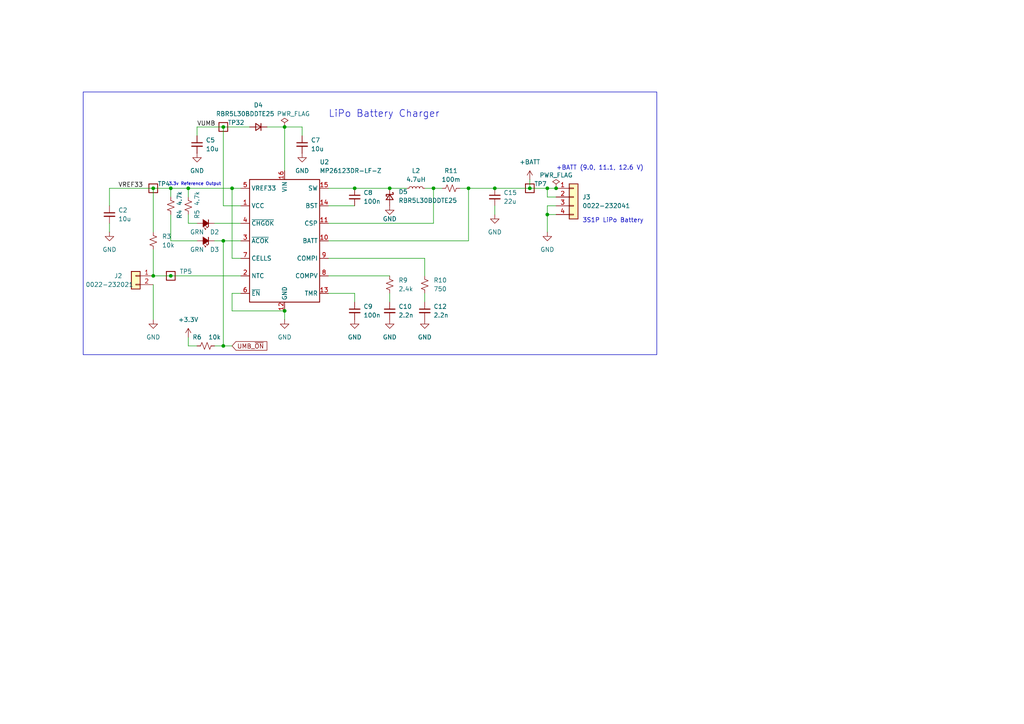
<source format=kicad_sch>
(kicad_sch (version 20250114) (generator "eeschema") (generator_version "9.0")
  (paper "A4")
  (lib_symbols
    (symbol "Connector_Generic:Conn_01x02" (pin_names (offset 1.016) (hide yes))
      (property "Reference" "J" (at 0 2.54 0))
      (property "Value" "Conn_01x02" (at 0 -5.08 0))
      (symbol "Conn_01x02_1_1"
        (rectangle (start -1.27 1.27) (end 1.27 -3.81) (stroke (width 0.254)) (fill (type background)))
        (rectangle (start -1.27 0.127) (end 0 -0.127) (stroke (width 0.1524)))
        (rectangle (start -1.27 -2.413) (end 0 -2.667) (stroke (width 0.1524)))
        (pin passive line (at -5.08 0 0) (length 3.81) (name "Pin_1") (number "1"))
        (pin passive line (at -5.08 -2.54 0) (length 3.81) (name "Pin_2") (number "2"))
      )
    )
    (symbol "Connector_Generic:Conn_01x04" (pin_names (offset 1.016) (hide yes))
      (property "Reference" "J" (at 0 5.08 0))
      (property "Value" "Conn_01x04" (at 0 -7.62 0))
      (symbol "Conn_01x04_1_1"
        (rectangle (start -1.27 3.81) (end 1.27 -6.35) (stroke (width 0.254)) (fill (type background)))
        (rectangle (start -1.27 2.667) (end 0 2.413) (stroke (width 0.1524)))
        (rectangle (start -1.27 0.127) (end 0 -0.127) (stroke (width 0.1524)))
        (rectangle (start -1.27 -2.413) (end 0 -2.667) (stroke (width 0.1524)))
        (rectangle (start -1.27 -4.953) (end 0 -5.207) (stroke (width 0.1524)))
        (pin passive line (at -5.08 2.54 0) (length 3.81) (name "Pin_1") (number "1"))
        (pin passive line (at -5.08 0 0) (length 3.81) (name "Pin_2") (number "2"))
        (pin passive line (at -5.08 -2.54 0) (length 3.81) (name "Pin_3") (number "3"))
        (pin passive line (at -5.08 -5.08 0) (length 3.81) (name "Pin_4") (number "4"))
      )
    )
    (symbol "Device:C_Small" (pin_numbers (hide yes)) (pin_names (offset 0.254) (hide yes))
      (property "Reference" "C" (at 0.254 1.778 0))
      (property "Value" "C_Small" (at 0.254 -2.032 0))
      (symbol "C_Small_0_1"
        (polyline (pts (xy -1.524 0.508) (xy 1.524 0.508)) (stroke (width 0.3048)))
        (polyline (pts (xy -1.524 -0.508) (xy 1.524 -0.508)) (stroke (width 0.3302)))
      )
      (symbol "C_Small_1_1"
        (pin passive line (at 0 2.54 270) (length 2.032) (name "~") (number "1"))
        (pin passive line (at 0 -2.54 90) (length 2.032) (name "~") (number "2"))
      )
    )
    (symbol "Device:D_Schottky_Small" (pin_numbers (hide yes)) (pin_names (offset 0.254) (hide yes))
      (property "Reference" "D" (at -1.27 2.032 0))
      (property "Value" "D_Schottky_Small" (at -7.112 -2.032 0))
      (symbol "D_Schottky_Small_0_1"
        (polyline (pts (xy -1.27 0.762) (xy -1.27 1.016) (xy -0.762 1.016) (xy -0.762 -1.016) (xy -0.254 -1.016) (xy -0.254 -0.762)) (stroke (width 0.254)))
        (polyline (pts (xy -0.762 0) (xy 0.762 0)))
        (polyline (pts (xy 0.762 -1.016) (xy -0.762 0) (xy 0.762 1.016) (xy 0.762 -1.016)) (stroke (width 0.254)))
      )
      (symbol "D_Schottky_Small_1_1"
        (pin passive line (at -2.54 0 0) (length 1.778) (name "K") (number "1"))
        (pin passive line (at 2.54 0 180) (length 1.778) (name "A") (number "2"))
      )
    )
    (symbol "Device:D_Small" (pin_numbers (hide yes)) (pin_names (offset 0.254) (hide yes))
      (property "Reference" "D" (at -1.27 2.032 0))
      (property "Value" "D_Small" (at -3.81 -2.032 0))
      (symbol "D_Small_0_1"
        (polyline (pts (xy -0.762 0) (xy 0.762 0)))
        (polyline (pts (xy -0.762 -1.016) (xy -0.762 1.016)) (stroke (width 0.254)))
        (polyline (pts (xy 0.762 -1.016) (xy -0.762 0) (xy 0.762 1.016) (xy 0.762 -1.016)) (stroke (width 0.254)))
      )
      (symbol "D_Small_1_1"
        (pin passive line (at -2.54 0 0) (length 1.778) (name "K") (number "1"))
        (pin passive line (at 2.54 0 180) (length 1.778) (name "A") (number "2"))
      )
    )
    (symbol "Device:LED_Small_Filled" (pin_numbers (hide yes)) (pin_names (offset 0.254) (hide yes))
      (property "Reference" "D" (at -1.27 3.175 0))
      (property "Value" "LED_Small_Filled" (at -4.445 -2.54 0))
      (symbol "LED_Small_Filled_0_1"
        (polyline (pts (xy -0.762 -1.016) (xy -0.762 1.016)) (stroke (width 0.254)))
        (polyline (pts (xy 0 0.762) (xy -0.508 1.27) (xy -0.254 1.27) (xy -0.508 1.27) (xy -0.508 1.016)))
        (polyline (pts (xy 0.508 1.27) (xy 0 1.778) (xy 0.254 1.778) (xy 0 1.778) (xy 0 1.524)))
        (polyline (pts (xy 0.762 -1.016) (xy -0.762 0) (xy 0.762 1.016) (xy 0.762 -1.016)) (stroke (width 0.254)) (fill (type outline)))
        (polyline (pts (xy 1.016 0) (xy -0.762 0)))
      )
      (symbol "LED_Small_Filled_1_1"
        (pin passive line (at -2.54 0 0) (length 1.778) (name "K") (number "1"))
        (pin passive line (at 2.54 0 180) (length 1.778) (name "A") (number "2"))
      )
    )
    (symbol "Device:L_Small" (pin_numbers (hide yes)) (pin_names (offset 0.254) (hide yes))
      (property "Reference" "L" (at 0.762 1.016 0))
      (property "Value" "L_Small" (at 0.762 -1.016 0))
      (symbol "L_Small_0_1"
        (arc (start 0 2.032) (mid 0.5058 1.524) (end 0 1.016))
        (arc (start 0 1.016) (mid 0.5058 0.508) (end 0 0))
        (arc (start 0 0) (mid 0.5058 -0.508) (end 0 -1.016))
        (arc (start 0 -1.016) (mid 0.5058 -1.524) (end 0 -2.032))
      )
      (symbol "L_Small_1_1"
        (pin passive line (at 0 2.54 270) (length 0.508) (name "~") (number "1"))
        (pin passive line (at 0 -2.54 90) (length 0.508) (name "~") (number "2"))
      )
    )
    (symbol "Device:R_Small_US" (pin_numbers (hide yes)) (pin_names (offset 0.254) (hide yes))
      (property "Reference" "R" (at 0.762 0.508 0))
      (property "Value" "R_Small_US" (at 0.762 -1.016 0))
      (symbol "R_Small_US_1_1"
        (polyline (pts (xy 0 1.524) (xy 1.016 1.143) (xy 0 0.762) (xy -1.016 0.381) (xy 0 0)))
        (polyline (pts (xy 0 0) (xy 1.016 -0.381) (xy 0 -0.762) (xy -1.016 -1.143) (xy 0 -1.524)))
        (pin passive line (at 0 2.54 270) (length 1.016) (name "~") (number "1"))
        (pin passive line (at 0 -2.54 90) (length 1.016) (name "~") (number "2"))
      )
    )
    (symbol "U-MonolithicPower-MP26123DR-LF-Z-battery-charger-li-ion:MP26123DR-LF-Z"
      (property "Reference" "U" (at 0 25.4 0))
      (property "Value" "MP26123DR-LF-Z" (at 0 25.4 0))
      (symbol "MP26123DR-LF-Z_0_1"
        (rectangle (start -10.16 17.78) (end 10.16 -17.78) (stroke (width 0.254)))
      )
      (symbol "MP26123DR-LF-Z_1_1"
        (pin output line (at -12.7 15.24 0) (length 2.54) (name "VREF33") (number "5"))
        (pin power_in line (at -12.7 10.16 0) (length 2.54) (name "VCC") (number "1"))
        (pin output line (at -12.7 5.08 0) (length 2.54) (name "~{CHGOK}") (number "4"))
        (pin output line (at -12.7 0 0) (length 2.54) (name "~{ACOK}") (number "3"))
        (pin input line (at -12.7 -5.08 0) (length 2.54) (name "CELLS") (number "7"))
        (pin input line (at -12.7 -10.16 0) (length 2.54) (name "NTC") (number "2"))
        (pin input line (at -12.7 -15.24 0) (length 2.54) (name "~{EN}") (number "6"))
        (pin power_in line (at 0 20.32 270) (length 2.54) (name "VIN") (number "16"))
        (pin power_in line (at 0 -20.32 90) (length 2.54) (name "GND") (number "12"))
        (pin passive line (at 0 -20.32 90) (length 2.54) (hide yes) (name "GND") (number "17"))
        (pin power_out line (at 12.7 15.24 180) (length 2.54) (name "SW") (number "15"))
        (pin passive line (at 12.7 10.16 180) (length 2.54) (name "BST") (number "14"))
        (pin input line (at 12.7 5.08 180) (length 2.54) (name "CSP") (number "11"))
        (pin passive line (at 12.7 0 180) (length 2.54) (name "BATT") (number "10"))
        (pin passive line (at 12.7 -5.08 180) (length 2.54) (name "COMPI") (number "9"))
        (pin passive line (at 12.7 -10.16 180) (length 2.54) (name "COMPV") (number "8"))
        (pin passive line (at 12.7 -15.24 180) (length 2.54) (name "TMR") (number "13"))
      )
    )
    (symbol "power:+3.3V" (power) (pin_numbers (hide yes)) (pin_names (offset 0) (hide yes))
      (property "Value" "+3.3V" (at 0 3.556 0))
      (symbol "+3.3V_0_1"
        (polyline (pts (xy -0.762 1.27) (xy 0 2.54)))
        (polyline (pts (xy 0 2.54) (xy 0.762 1.27)))
        (polyline (pts (xy 0 0) (xy 0 2.54)))
      )
      (symbol "+3.3V_1_1"
        (pin power_in line (at 0 0 90) (length 0) (name "~") (number "1"))
      )
    )
    (symbol "power:+BATT" (power) (pin_numbers (hide yes)) (pin_names (offset 0) (hide yes))
      (property "Value" "+BATT" (at 0 3.556 0))
      (symbol "+BATT_0_1"
        (polyline (pts (xy -0.762 1.27) (xy 0 2.54)))
        (polyline (pts (xy 0 2.54) (xy 0.762 1.27)))
        (polyline (pts (xy 0 0) (xy 0 2.54)))
      )
      (symbol "+BATT_1_1"
        (pin power_in line (at 0 0 90) (length 0) (name "~") (number "1"))
      )
    )
    (symbol "power:GND" (power) (pin_numbers (hide yes)) (pin_names (offset 0) (hide yes))
      (property "Value" "GND" (at 0 -3.81 0))
      (symbol "GND_0_1"
        (polyline (pts (xy 0 0) (xy 0 -1.27) (xy 1.27 -1.27) (xy 0 -2.54) (xy -1.27 -1.27) (xy 0 -1.27)))
      )
      (symbol "GND_1_1"
        (pin power_in line (at 0 0 270) (length 0) (name "~") (number "1"))
      )
    )
    (symbol "power:PWR_FLAG" (power) (pin_numbers (hide yes)) (pin_names (offset 0) (hide yes))
      (property "Value" "PWR_FLAG" (at 0 3.81 0))
      (symbol "PWR_FLAG_0_0"
        (pin power_out line (at 0 0 90) (length 0) (name "~") (number "1"))
      )
      (symbol "PWR_FLAG_0_1"
        (polyline (pts (xy 0 0) (xy 0 1.27) (xy -1.016 1.905) (xy 0 2.54) (xy 1.016 1.905) (xy 0 1.27)))
      )
    )
    (symbol "psas-testpoint:Test-Point" (pin_numbers (hide yes)) (pin_names (hide yes))
      (property "Reference" "TP" (at 0 2.54 0))
      (symbol "Test-Point_0_1"
        (rectangle (start -1.27 1.27) (end 1.27 -1.27) (stroke (width 0.254)))
      )
      (symbol "Test-Point_1_1"
        (pin passive line (at 0 0 90) (length 0) (name "") (number "1"))
      )
    )
  )
  (rectangle (start 24.13 26.67) (end 190.5 102.87))
  (text "+BATT (9.0, 11.1, 12.6 V)" (at 161.29 49.53 0) (effects (font (size 1.27 1.27)) (justify left bottom)))
  (text "3S1P LiPo Battery" (at 168.91 64.77 0) (effects (font (size 1.27 1.27)) (justify left bottom)))
  (text "LiPo Battery Charger" (at 95.25 34.29 0) (effects (font (size 2.032 2.032)) (justify left bottom)))
  (text "3.3v Reference Output" (at 48.895 53.975 0) (effects (font (size 0.889 0.889)) (justify left bottom)))
  (junction (at 113.03 54.61))
  (junction (at 102.87 54.61))
  (junction (at 54.61 54.61))
  (junction (at 67.31 54.61))
  (junction (at 82.55 36.83))
  (junction (at 64.77 69.85))
  (junction (at 161.29 54.61))
  (junction (at 158.75 62.23))
  (junction (at 143.51 54.61))
  (junction (at 64.77 36.83))
  (junction (at 44.45 80.01))
  (junction (at 64.77 100.33))
  (junction (at 44.45 54.61))
  (junction (at 153.67 54.61))
  (junction (at 125.73 54.61))
  (junction (at 49.53 54.61))
  (junction (at 82.55 90.17))
  (junction (at 135.89 54.61))
  (junction (at 158.75 54.61))
  (junction (at 49.53 80.01))
  (wire (pts (xy 82.55 36.83) (xy 87.63 36.83)))
  (wire (pts (xy 102.87 54.61) (xy 113.03 54.61)))
  (wire (pts (xy 49.53 54.61) (xy 49.53 57.15)))
  (wire (pts (xy 31.75 54.61) (xy 44.45 54.61)))
  (wire (pts (xy 123.19 74.93) (xy 123.19 80.01)))
  (wire (pts (xy 31.75 59.69) (xy 31.75 54.61)))
  (wire (pts (xy 158.75 54.61) (xy 161.29 54.61)))
  (wire (pts (xy 49.53 80.01) (xy 69.85 80.01)))
  (wire (pts (xy 67.31 54.61) (xy 69.85 54.61)))
  (wire (pts (xy 95.25 74.93) (xy 123.19 74.93)))
  (wire (pts (xy 113.03 85.09) (xy 113.03 87.63)))
  (wire (pts (xy 49.53 62.23) (xy 49.53 69.85)))
  (wire (pts (xy 82.55 49.53) (xy 82.55 36.83)))
  (wire (pts (xy 64.77 36.83) (xy 57.15 36.83)))
  (wire (pts (xy 133.35 54.61) (xy 135.89 54.61)))
  (wire (pts (xy 158.75 62.23) (xy 158.75 67.31)))
  (wire (pts (xy 31.75 64.77) (xy 31.75 67.31)))
  (wire (pts (xy 87.63 36.83) (xy 87.63 39.37)))
  (wire (pts (xy 95.25 80.01) (xy 113.03 80.01)))
  (wire (pts (xy 54.61 64.77) (xy 57.15 64.77)))
  (wire (pts (xy 158.75 62.23) (xy 161.29 62.23)))
  (wire (pts (xy 57.15 36.83) (xy 57.15 39.37)))
  (wire (pts (xy 135.89 54.61) (xy 143.51 54.61)))
  (wire (pts (xy 62.23 100.33) (xy 64.77 100.33)))
  (wire (pts (xy 158.75 59.69) (xy 158.75 62.23)))
  (wire (pts (xy 67.31 85.09) (xy 67.31 90.17)))
  (wire (pts (xy 69.85 59.69) (xy 64.77 59.69)))
  (wire (pts (xy 113.03 54.61) (xy 118.11 54.61)))
  (wire (pts (xy 67.31 90.17) (xy 82.55 90.17)))
  (wire (pts (xy 49.53 69.85) (xy 57.15 69.85)))
  (wire (pts (xy 64.77 69.85) (xy 64.77 100.33)))
  (wire (pts (xy 82.55 90.17) (xy 82.55 92.71)))
  (wire (pts (xy 125.73 54.61) (xy 125.73 64.77)))
  (wire (pts (xy 95.25 54.61) (xy 102.87 54.61)))
  (wire (pts (xy 135.89 69.85) (xy 95.25 69.85)))
  (wire (pts (xy 77.47 36.83) (xy 82.55 36.83)))
  (wire (pts (xy 125.73 64.77) (xy 95.25 64.77)))
  (wire (pts (xy 49.53 54.61) (xy 54.61 54.61)))
  (wire (pts (xy 54.61 54.61) (xy 54.61 57.15)))
  (wire (pts (xy 54.61 54.61) (xy 67.31 54.61)))
  (wire (pts (xy 69.85 85.09) (xy 67.31 85.09)))
  (wire (pts (xy 153.67 52.07) (xy 153.67 54.61)))
  (wire (pts (xy 102.87 87.63) (xy 102.87 85.09)))
  (wire (pts (xy 54.61 62.23) (xy 54.61 64.77)))
  (wire (pts (xy 95.25 59.69) (xy 102.87 59.69)))
  (wire (pts (xy 64.77 69.85) (xy 69.85 69.85)))
  (wire (pts (xy 62.23 64.77) (xy 69.85 64.77)))
  (wire (pts (xy 153.67 54.61) (xy 158.75 54.61)))
  (wire (pts (xy 44.45 82.55) (xy 44.45 92.71)))
  (wire (pts (xy 62.23 69.85) (xy 64.77 69.85)))
  (wire (pts (xy 54.61 100.33) (xy 57.15 100.33)))
  (wire (pts (xy 64.77 100.33) (xy 67.31 100.33)))
  (wire (pts (xy 125.73 54.61) (xy 128.27 54.61)))
  (wire (pts (xy 123.19 85.09) (xy 123.19 87.63)))
  (wire (pts (xy 143.51 59.69) (xy 143.51 62.23)))
  (wire (pts (xy 158.75 57.15) (xy 158.75 54.61)))
  (wire (pts (xy 123.19 54.61) (xy 125.73 54.61)))
  (wire (pts (xy 102.87 85.09) (xy 95.25 85.09)))
  (wire (pts (xy 67.31 54.61) (xy 67.31 74.93)))
  (wire (pts (xy 44.45 67.31) (xy 44.45 54.61)))
  (wire (pts (xy 143.51 54.61) (xy 153.67 54.61)))
  (wire (pts (xy 135.89 54.61) (xy 135.89 69.85)))
  (wire (pts (xy 161.29 59.69) (xy 158.75 59.69)))
  (wire (pts (xy 44.45 54.61) (xy 49.53 54.61)))
  (wire (pts (xy 44.45 72.39) (xy 44.45 80.01)))
  (wire (pts (xy 54.61 97.79) (xy 54.61 100.33)))
  (wire (pts (xy 161.29 57.15) (xy 158.75 57.15)))
  (wire (pts (xy 64.77 36.83) (xy 72.39 36.83)))
  (wire (pts (xy 64.77 36.83) (xy 64.77 59.69)))
  (wire (pts (xy 69.85 74.93) (xy 67.31 74.93)))
  (wire (pts (xy 44.45 80.01) (xy 49.53 80.01)))
  (label "VUMB" (at 57.15 36.83 0))
  (label "VREF33" (at 34.29 54.61 0))
  (global_label "UMB_~{ON}" (shape input) (at 67.31 100.33 0) (property "Intersheetrefs" "${INTERSHEET_REFS}" (effects (hide yes))))
  (symbol (lib_id "Device:C_Small") (at 123.19 90.17 0) (unit 1)
    (property "Reference" "C12" (at 125.73 88.9062 0) (effects (justify left)))
    (property "Value" "2.2n" (at 125.73 91.4462 0) (effects (justify left)))
    (property "Footprint" "Capacitor_SMD:C_0603_1608Metric" (effects (hide yes)))
    (property "Description" "CAP CER 2200PF 50V X7R 0603" (effects (hide yes)))
    (property "DPN" "1276-6530-1-ND" (effects (hide yes)))
    (property "DST" "DigiKey" (effects (hide yes)))
    (property "MFR" "Samsung Microelectronics" (effects (hide yes)))
    (property "MPN" "CL10B222KB8WPNC" (effects (hide yes)))
  )
  (symbol (lib_id "power:GND") (at 113.03 92.71 0) (unit 1)
    (property "Reference" "#PWR018" (effects (hide yes)))
    (property "Value" "GND" (at 113.03 97.79 0))
    (property "Description" "Power symbol creates a global label with name \"GND\" , ground" (effects (hide yes)))
  )
  (symbol (lib_id "Device:LED_Small_Filled") (at 59.69 69.85 180) (unit 1)
    (property "Reference" "D3" (at 62.23 72.39 0))
    (property "Value" "GRN" (at 57.15 72.39 0))
    (property "Footprint" "LED_SMD:LED_0603_1608Metric" (effects (hide yes)))
    (property "Datasheet" "https://www.we-online.com/components/products/datasheet/150060GS75000.pdf" (effects (hide yes)))
    (property "Description" "Green 520nm LED Indication - Discrete 3.2V 0603 (1608 Metric) - 430 mcd @ 20 mA" (effects (hide yes)))
    (property "DPN" "732-4971-1-ND" (effects (hide yes)))
    (property "DST" "DigiKey" (effects (hide yes)))
    (property "MFR" "Wurth" (effects (hide yes)))
    (property "MPN" "150060GS75000" (effects (hide yes)))
  )
  (symbol (lib_id "power:GND") (at 113.03 59.69 0) (unit 1)
    (property "Reference" "#PWR017" (effects (hide yes)))
    (property "Value" "GND" (at 113.03 63.5 0))
    (property "Description" "Power symbol creates a global label with name \"GND\" , ground" (effects (hide yes)))
  )
  (symbol (lib_id "psas-testpoint:Test-Point") (at 44.45 54.61 0) (unit 1) (in_bom no)
    (property "Reference" "TP4" (at 45.72 53.34 0) (effects (justify left)))
    (property "Value" "Test-Point" (effects (hide yes)))
    (property "Footprint" "psas-footprints:TP-through-hole-1X01" (effects (hide yes)))
  )
  (symbol (lib_id "power:GND") (at 158.75 67.31 0) (unit 1)
    (property "Reference" "#PWR028" (effects (hide yes)))
    (property "Value" "GND" (at 158.75 72.39 0))
    (property "Description" "Power symbol creates a global label with name \"GND\" , ground" (effects (hide yes)))
  )
  (symbol (lib_id "power:PWR_FLAG") (at 161.29 54.61 0) (unit 1)
    (property "Reference" "#FLG0102" (effects (hide yes)))
    (property "Value" "PWR_FLAG" (at 161.29 50.8 0))
    (property "Description" "Special symbol for telling ERC where power comes from" (effects (hide yes)))
  )
  (symbol (lib_id "power:GND") (at 123.19 92.71 0) (unit 1)
    (property "Reference" "#PWR021" (effects (hide yes)))
    (property "Value" "GND" (at 123.19 97.79 0))
    (property "Description" "Power symbol creates a global label with name \"GND\" , ground" (effects (hide yes)))
  )
  (symbol (lib_id "Device:L_Small") (at 120.65 54.61 90) (unit 1)
    (property "Reference" "L2" (at 120.65 49.53 90))
    (property "Value" "4.7uH" (at 120.65 52.07 90))
    (property "Footprint" "Inductor_SMD:L_Vishay_IHLP-2020" (effects (hide yes)))
    (property "Datasheet" "https://www.vishay.com/docs/34261/ihlp2020bz11.pdf" (effects (hide yes)))
    (property "Description" "FIXED IND 4.7UH 3.2A 81.3MOHM SM" (effects (hide yes)))
    (property "MPN" "IHLP2020BZER4R7M11" (effects (hide yes)))
    (property "DPN" "541-1222-1-ND" (effects (hide yes)))
    (property "DST" "DigiKey" (effects (hide yes)))
    (property "MFR" "Vishay" (effects (hide yes)))
  )
  (symbol (lib_id "Device:R_Small_US") (at 113.03 82.55 0) (unit 1)
    (property "Reference" "R9" (at 115.57 81.2799 0) (effects (justify left)))
    (property "Value" "2.4k" (at 115.57 83.8199 0) (effects (justify left)))
    (property "Footprint" "Resistor_SMD:R_0603_1608Metric" (effects (hide yes)))
    (property "Description" "RES 2.4K OHM 1% 1/10W 0603" (effects (hide yes)))
    (property "DPN" "311-2.40KHRCT-ND" (effects (hide yes)))
    (property "DST" "DigiKey" (effects (hide yes)))
    (property "MFR" "Yageo" (effects (hide yes)))
    (property "MPN" "RC0603FR-072K4L" (effects (hide yes)))
  )
  (symbol (lib_id "power:GND") (at 44.45 92.71 0) (unit 1)
    (property "Reference" "#PWR06" (effects (hide yes)))
    (property "Value" "GND" (at 44.45 97.79 0))
    (property "Description" "Power symbol creates a global label with name \"GND\" , ground" (effects (hide yes)))
  )
  (symbol (lib_id "Device:C_Small") (at 143.51 57.15 0) (unit 1)
    (property "Reference" "C15" (at 146.05 55.8862 0) (effects (justify left)))
    (property "Value" "22u" (at 146.05 58.4262 0) (effects (justify left)))
    (property "Footprint" "Capacitor_SMD:C_0805_2012Metric" (effects (hide yes)))
    (property "Description" "CAP CER 22UF 25V X5R 0805" (effects (hide yes)))
    (property "MPN" "GRT21BR61E226ME13L" (effects (hide yes)))
    (property "DPN" "490-12389-1-ND" (effects (hide yes)))
    (property "DST" "DigiKey" (effects (hide yes)))
    (property "MFR" "Murata" (effects (hide yes)))
  )
  (symbol (lib_id "Connector_Generic:Conn_01x04") (at 166.37 57.15 0) (unit 1)
    (property "Reference" "J3" (at 168.91 57.1499 0) (effects (justify left)))
    (property "Value" "0022-232041" (at 168.91 59.6899 0) (effects (justify left)))
    (property "Footprint" "Connector_Molex:Molex_KK-254_AE-6410-04A_1x04_P2.54mm_Vertical" (effects (hide yes)))
    (property "Datasheet" "https://www.molex.com/en-us/products/part-detail/22232041?display=pdf" (effects (hide yes)))
    (property "Description" "CONN HEADER VERT 4POS 2.54MM HIGH PRESSURE" (effects (hide yes)))
    (property "DPN" "WM4202-ND" (effects (hide yes)))
    (property "DST" "DigiKey" (effects (hide yes)))
    (property "MFR" "Molex" (effects (hide yes)))
    (property "MPN" "22232041" (effects (hide yes)))
  )
  (symbol (lib_id "Device:LED_Small_Filled") (at 59.69 64.77 180) (unit 1)
    (property "Reference" "D2" (at 62.23 67.31 0))
    (property "Value" "GRN" (at 57.15 67.31 0))
    (property "Footprint" "LED_SMD:LED_0603_1608Metric" (effects (hide yes)))
    (property "Datasheet" "https://www.we-online.com/components/products/datasheet/150060GS75000.pdf" (effects (hide yes)))
    (property "Description" "Green 520nm LED Indication - Discrete 3.2V 0603 (1608 Metric) - 430 mcd @ 20 mA" (effects (hide yes)))
    (property "DPN" "732-4971-1-ND" (effects (hide yes)))
    (property "DST" "DigiKey" (effects (hide yes)))
    (property "MFR" "Wurth" (effects (hide yes)))
    (property "MPN" "150060GS75000" (effects (hide yes)))
  )
  (symbol (lib_id "power:PWR_FLAG") (at 82.55 36.83 0) (unit 1)
    (property "Reference" "#FLG0105" (effects (hide yes)))
    (property "Value" "PWR_FLAG" (at 85.09 33.02 0))
    (property "Description" "Special symbol for telling ERC where power comes from" (effects (hide yes)))
  )
  (symbol (lib_id "Connector_Generic:Conn_01x02") (at 39.37 80.01 0) (mirror y) (unit 1)
    (property "Reference" "J2" (at 34.29 80.01 0))
    (property "Value" "0022-232021" (at 31.75 82.55 0))
    (property "Footprint" "Connector_Molex:Molex_KK-254_AE-6410-02A_1x02_P2.54mm_Vertical" (effects (hide yes)))
    (property "Datasheet" "https://www.molex.com/webdocs/datasheets/pdf/en-us//0022232021_PCB_HEADERS.pdf" (effects (hide yes)))
    (property "Description" "CONN HEADER VERT 2POS 2.54MM HIGH PRESSURE" (effects (hide yes)))
    (property "DPN" "900-0022232021-ND" (effects (hide yes)))
    (property "DST" "DigiKey" (effects (hide yes)))
    (property "MFR" "Molex" (effects (hide yes)))
    (property "MPN" "22232021" (effects (hide yes)))
  )
  (symbol (lib_id "Device:R_Small_US") (at 59.69 100.33 90) (unit 1)
    (property "Reference" "R6" (at 57.15 97.79 90))
    (property "Value" "10k" (at 62.23 97.79 90))
    (property "Footprint" "Resistor_SMD:R_0603_1608Metric" (effects (hide yes)))
    (property "Description" "RES 10K OHM 1% 1/10W 0603" (effects (hide yes)))
    (property "DPN" "311-10.0KHRCT-ND" (effects (hide yes)))
    (property "DST" "DigiKey" (effects (hide yes)))
    (property "MFR" "Yageo" (effects (hide yes)))
    (property "MPN" "RC0603FR-0710KL" (effects (hide yes)))
  )
  (symbol (lib_id "power:GND") (at 31.75 67.31 0) (unit 1)
    (property "Reference" "#PWR05" (effects (hide yes)))
    (property "Value" "GND" (at 31.75 72.39 0))
    (property "Description" "Power symbol creates a global label with name \"GND\" , ground" (effects (hide yes)))
  )
  (symbol (lib_id "Device:R_Small_US") (at 54.61 59.69 0) (unit 1)
    (property "Reference" "R5" (at 57.15 63.5 90) (effects (justify left)))
    (property "Value" "4.7k" (at 57.15 59.69 90) (effects (justify left)))
    (property "Footprint" "Resistor_SMD:R_0603_1608Metric" (effects (hide yes)))
    (property "Description" "RES 4.7K OHM 1% 1/10W 0603" (effects (hide yes)))
    (property "DPN" "311-4.70KHRCT-ND" (effects (hide yes)))
    (property "DST" "DigiKey" (effects (hide yes)))
    (property "MFR" "Yageo" (effects (hide yes)))
    (property "MPN" "RC0603FR-074K7L" (effects (hide yes)))
  )
  (symbol (lib_id "power:GND") (at 143.51 62.23 0) (unit 1)
    (property "Reference" "#PWR024" (effects (hide yes)))
    (property "Value" "GND" (at 143.51 67.31 0))
    (property "Description" "Power symbol creates a global label with name \"GND\" , ground" (effects (hide yes)))
  )
  (symbol (lib_id "Device:D_Small") (at 74.93 36.83 180) (unit 1)
    (property "Reference" "D4" (at 74.93 30.48 0))
    (property "Value" "RBR5L30BDDTE25" (at 71.12 33.02 0))
    (property "Footprint" "Diode_SMD:D_SMA" (effects (hide yes)))
    (property "Datasheet" "https://www.rohm.com/datasheet?p=RBR5L30BDD&dist=Digi-key&media=referral&source=digi-key.com&campaign=Digi-key" (effects (hide yes)))
    (property "Description" "DIODE SCHOTTKY 30V 5A PMDS" (effects (hide yes)))
    (property "DPN" "846-RBR5L30BDDTE25CT-ND" (effects (hide yes)))
    (property "DST" "DigiKey" (effects (hide yes)))
    (property "MFR" "Rohm" (effects (hide yes)))
    (property "MPN" "RBR5L30BDDTE25" (effects (hide yes)))
    (property "Sim.Device" "D" (effects (hide yes)))
    (property "Sim.Pins" "1=K 2=A" (effects (hide yes)))
  )
  (symbol (lib_id "Device:C_Small") (at 87.63 41.91 0) (unit 1)
    (property "Reference" "C7" (at 90.17 40.6462 0) (effects (justify left)))
    (property "Value" "10u" (at 90.17 43.1862 0) (effects (justify left)))
    (property "Footprint" "Capacitor_SMD:C_0805_2012Metric" (effects (hide yes)))
    (property "Description" "CAP CER 10UF 50V X5R 0805" (effects (hide yes)))
    (property "DPN" "490-18663-1-ND" (effects (hide yes)))
    (property "DST" "DigiKey" (effects (hide yes)))
    (property "MFR" "Murata" (effects (hide yes)))
    (property "MPN" "GRM21BR61H106KE43L" (effects (hide yes)))
  )
  (symbol (lib_id "power:GND") (at 82.55 92.71 0) (unit 1)
    (property "Reference" "#PWR012" (effects (hide yes)))
    (property "Value" "GND" (at 82.55 97.79 0))
    (property "Description" "Power symbol creates a global label with name \"GND\" , ground" (effects (hide yes)))
  )
  (symbol (lib_id "power:+3.3V") (at 54.61 97.79 0) (unit 1)
    (property "Reference" "#PWR08" (effects (hide yes)))
    (property "Value" "+3.3V" (at 54.61 92.71 0))
    (property "Description" "Power symbol creates a global label with name \"+3.3V\"" (effects (hide yes)))
  )
  (symbol (lib_id "power:GND") (at 102.87 92.71 0) (unit 1)
    (property "Reference" "#PWR015" (effects (hide yes)))
    (property "Value" "GND" (at 102.87 97.79 0))
    (property "Description" "Power symbol creates a global label with name \"GND\" , ground" (effects (hide yes)))
  )
  (symbol (lib_id "psas-testpoint:Test-Point") (at 153.67 54.61 0) (unit 1) (in_bom no)
    (property "Reference" "TP7" (at 154.94 53.34 0) (effects (justify left)))
    (property "Value" "Test-Point" (effects (hide yes)))
    (property "Footprint" "psas-footprints:TP-through-hole-1X01" (effects (hide yes)))
  )
  (symbol (lib_id "Device:C_Small") (at 102.87 57.15 0) (unit 1)
    (property "Reference" "C8" (at 105.41 55.8862 0) (effects (justify left)))
    (property "Value" "100n" (at 105.41 58.4262 0) (effects (justify left)))
    (property "Footprint" "Capacitor_SMD:C_0603_1608Metric" (effects (hide yes)))
    (property "Description" "CAP CER 0.1UF 50V X7R 0603" (effects (hide yes)))
    (property "DPN" "1276-6854-1-ND" (effects (hide yes)))
    (property "DST" "DigiKey" (effects (hide yes)))
    (property "MFR" "Samsung Microelectronics" (effects (hide yes)))
    (property "MPN" "CL10B104KB8WPNC" (effects (hide yes)))
  )
  (symbol (lib_id "psas-testpoint:Test-Point") (at 49.53 80.01 0) (unit 1) (in_bom no)
    (property "Reference" "TP5" (at 52.07 78.74 0) (effects (justify left)))
    (property "Value" "Test-Point" (effects (hide yes)))
    (property "Footprint" "psas-footprints:TP-through-hole-1X01" (effects (hide yes)))
  )
  (symbol (lib_id "Device:R_Small_US") (at 130.81 54.61 90) (unit 1)
    (property "Reference" "R11" (at 130.81 49.53 90))
    (property "Value" "100m" (at 130.81 52.07 90))
    (property "Footprint" "Resistor_SMD:R_1206_3216Metric" (effects (hide yes)))
    (property "Description" "RES 0.1 OHM 1% 1/2W 1206" (effects (hide yes)))
    (property "DPN" "CSR1206FTR100CT-ND" (effects (hide yes)))
    (property "DST" "DigiKey" (effects (hide yes)))
    (property "MFR" "Stackpole" (effects (hide yes)))
    (property "MPN" "CSR1206FTR100" (effects (hide yes)))
  )
  (symbol (lib_id "Device:R_Small_US") (at 44.45 69.85 0) (unit 1)
    (property "Reference" "R3" (at 46.99 68.5799 0) (effects (justify left)))
    (property "Value" "10k" (at 46.99 71.1199 0) (effects (justify left)))
    (property "Footprint" "Resistor_SMD:R_0603_1608Metric" (effects (hide yes)))
    (property "Description" "RES 10K OHM 1% 1/10W 0603" (effects (hide yes)))
    (property "DPN" "311-10.0KHRCT-ND" (effects (hide yes)))
    (property "DST" "DigiKey" (effects (hide yes)))
    (property "MFR" "Yageo" (effects (hide yes)))
    (property "MPN" "RC0603FR-0710KL" (effects (hide yes)))
  )
  (symbol (lib_id "Device:C_Small") (at 31.75 62.23 0) (unit 1)
    (property "Reference" "C2" (at 34.29 60.9662 0) (effects (justify left)))
    (property "Value" "10u" (at 34.29 63.5062 0) (effects (justify left)))
    (property "Footprint" "Capacitor_SMD:C_0805_2012Metric" (effects (hide yes)))
    (property "Description" "CAP CER 10UF 50V X5R 0805" (effects (hide yes)))
    (property "DPN" "490-18663-1-ND" (effects (hide yes)))
    (property "DST" "DigiKey" (effects (hide yes)))
    (property "MFR" "Murata" (effects (hide yes)))
    (property "MPN" "GRM21BR61H106KE43L" (effects (hide yes)))
  )
  (symbol (lib_id "Device:R_Small_US") (at 49.53 59.69 0) (unit 1)
    (property "Reference" "R4" (at 52.07 63.5 90) (effects (justify left)))
    (property "Value" "4.7k" (at 52.07 59.69 90) (effects (justify left)))
    (property "Footprint" "Resistor_SMD:R_0603_1608Metric" (effects (hide yes)))
    (property "Description" "RES 4.7K OHM 1% 1/10W 0603" (effects (hide yes)))
    (property "DPN" "311-4.70KHRCT-ND" (effects (hide yes)))
    (property "DST" "DigiKey" (effects (hide yes)))
    (property "MFR" "Yageo" (effects (hide yes)))
    (property "MPN" "RC0603FR-074K7L" (effects (hide yes)))
  )
  (symbol (lib_id "Device:C_Small") (at 113.03 90.17 0) (unit 1)
    (property "Reference" "C10" (at 115.57 88.9062 0) (effects (justify left)))
    (property "Value" "2.2n" (at 115.57 91.4462 0) (effects (justify left)))
    (property "Footprint" "Capacitor_SMD:C_0603_1608Metric" (effects (hide yes)))
    (property "Description" "CAP CER 2200PF 50V X7R 0603" (effects (hide yes)))
    (property "DPN" "1276-6530-1-ND" (effects (hide yes)))
    (property "DST" "DigiKey" (effects (hide yes)))
    (property "MFR" "Samsung Microelectronics" (effects (hide yes)))
    (property "MPN" "CL10B222KB8WPNC" (effects (hide yes)))
  )
  (symbol (lib_id "Device:C_Small") (at 102.87 90.17 0) (unit 1)
    (property "Reference" "C9" (at 105.41 88.9062 0) (effects (justify left)))
    (property "Value" "100n" (at 105.41 91.4462 0) (effects (justify left)))
    (property "Footprint" "Capacitor_SMD:C_0603_1608Metric" (effects (hide yes)))
    (property "Description" "CAP CER 0.1UF 50V X7R 0603" (effects (hide yes)))
    (property "DPN" "1276-6854-1-ND" (effects (hide yes)))
    (property "DST" "DigiKey" (effects (hide yes)))
    (property "MFR" "Samsung Microelectronics" (effects (hide yes)))
    (property "MPN" "CL10B104KB8WPNC" (effects (hide yes)))
  )
  (symbol (lib_id "Device:D_Schottky_Small") (at 113.03 57.15 270) (unit 1)
    (property "Reference" "D5" (at 115.57 55.6259 90) (effects (justify left)))
    (property "Value" "RBR5L30BDDTE25" (at 115.57 58.1659 90) (effects (justify left)))
    (property "Footprint" "Diode_SMD:D_SMA" (effects (hide yes)))
    (property "Datasheet" "https://www.rohm.com/datasheet?p=RBR5L30BDD&dist=Digi-key&media=referral&source=digi-key.com&campaign=Digi-key" (effects (hide yes)))
    (property "Description" "DIODE SCHOTTKY 30V 5A PMDS" (effects (hide yes)))
    (property "DPN" "846-RBR5L30BDDTE25CT-ND" (effects (hide yes)))
    (property "DST" "DigiKey" (effects (hide yes)))
    (property "MFR" "Rohm" (effects (hide yes)))
    (property "MPN" "RBR5L30BDDTE25" (effects (hide yes)))
  )
  (symbol (lib_id "power:+BATT") (at 153.67 52.07 0) (unit 1)
    (property "Reference" "#PWR026" (effects (hide yes)))
    (property "Value" "+BATT" (at 153.67 46.99 0))
    (property "Description" "Power symbol creates a global label with name \"+BATT\"" (effects (hide yes)))
  )
  (symbol (lib_id "power:GND") (at 87.63 44.45 0) (unit 1)
    (property "Reference" "#PWR014" (effects (hide yes)))
    (property "Value" "GND" (at 87.63 49.53 0))
    (property "Description" "Power symbol creates a global label with name \"GND\" , ground" (effects (hide yes)))
  )
  (symbol (lib_id "psas-testpoint:Test-Point") (at 64.77 36.83 0) (unit 1) (in_bom no)
    (property "Reference" "TP32" (at 66.04 35.56 0) (effects (justify left)))
    (property "Value" "Test-Point" (effects (hide yes)))
    (property "Footprint" "psas-footprints:TP-through-hole-1X01" (effects (hide yes)))
  )
  (symbol (lib_id "U-MonolithicPower-MP26123DR-LF-Z-battery-charger-li-ion:MP26123DR-LF-Z") (at 82.55 69.85 0) (unit 1)
    (property "Reference" "U2" (at 92.71 46.99 0) (effects (justify left)))
    (property "Value" "MP26123DR-LF-Z" (at 92.71 49.53 0) (effects (justify left)))
    (property "Footprint" "Package_DFN_QFN:QFN-16-1EP_4x4mm_P0.65mm_EP2.5x2.5mm" (effects (hide yes)))
    (property "Datasheet" "https://www.monolithicpower.com/en/documentview/productdocument/index/version/2/document_type/Datasheet/lang/en/sku/MP26123/document_id/1398" (effects (hide yes)))
    (property "Description" "IC BATT CHG LI-ION 2-3CELL 16QFN" (effects (hide yes)))
    (property "DPN" "1589-1609-1-ND" (effects (hide yes)))
    (property "DST" "DigiKey" (effects (hide yes)))
    (property "MFR" "Monolithic Power Systems" (effects (hide yes)))
    (property "MPN" "MP26123DR-LF-Z" (effects (hide yes)))
  )
  (symbol (lib_id "power:GND") (at 57.15 44.45 0) (unit 1)
    (property "Reference" "#PWR010" (effects (hide yes)))
    (property "Value" "GND" (at 57.15 49.53 0))
    (property "Description" "Power symbol creates a global label with name \"GND\" , ground" (effects (hide yes)))
  )
  (symbol (lib_id "Device:C_Small") (at 57.15 41.91 0) (unit 1)
    (property "Reference" "C5" (at 59.69 40.6462 0) (effects (justify left)))
    (property "Value" "10u" (at 59.69 43.1862 0) (effects (justify left)))
    (property "Footprint" "Capacitor_SMD:C_0805_2012Metric" (effects (hide yes)))
    (property "Description" "CAP CER 10UF 50V X5R 0805" (effects (hide yes)))
    (property "DPN" "490-18663-1-ND" (effects (hide yes)))
    (property "DST" "DigiKey" (effects (hide yes)))
    (property "MFR" "Murata" (effects (hide yes)))
    (property "MPN" "GRM21BR61H106KE43L" (effects (hide yes)))
  )
  (symbol (lib_id "Device:R_Small_US") (at 123.19 82.55 0) (unit 1)
    (property "Reference" "R10" (at 125.73 81.2799 0) (effects (justify left)))
    (property "Value" "750" (at 125.73 83.8199 0) (effects (justify left)))
    (property "Footprint" "Resistor_SMD:R_0603_1608Metric" (effects (hide yes)))
    (property "Description" "RES 750 OHM 1% 1/10W 0603" (effects (hide yes)))
    (property "DPN" "311-750HRCT-ND" (effects (hide yes)))
    (property "DST" "DigiKey" (effects (hide yes)))
    (property "MFR" "Yageo" (effects (hide yes)))
    (property "MPN" "RC0603FR-07750RL" (effects (hide yes)))
  )
)
</source>
